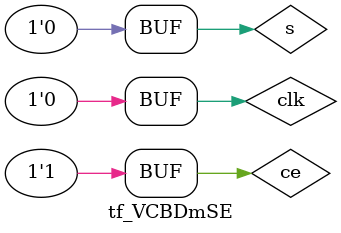
<source format=v>
module tf_VCBDmSE;

	// Inputs
	reg ce;
	reg clk;
	reg s;

	// Outputs
	wire [3:0] Q;
	wire TC;
	wire CEO;

	// Instantiate the Unit Under Test (UUT)
	VCBDmSE uut (
		.ce(ce), 
		.Q(Q), 
		.clk(clk), 
		.TC(TC), 
		.s(s), 
		.CEO(CEO)
	);
parameter Tclk=20; //Ïåðèîä ñèãíàëà ñèíõðîíèçàöèè 20 íñ
always begin clk=1; #(Tclk/2); clk=0; #(Tclk/2); end
// Ãåíåðàòîð ïåðèîäè÷åñêîãî ñèãíàëà ce
parameter Tce=160; //Ïåðèîä ñèãíàëà ce 160 íñ
always begin ce=0; #(7*Tce/8); ce=1; #(1*Tce/8); end //Òîëüêî öåëàÿ ÷àñòü äåëåíèÿ

	initial begin
			s = 0; //Èñõîäíîå ñîñòîÿíèå âõîäîâ
	#380; s = 1; //×åðåç 38 íñ 1
	#10; s = 0; // ×åðåç 10 íñ 0
	#611; s = 1; //×åðåç 611 íñ 1
	#270; s = 0; // ×åðåç 270 íñ 0
	
	end
      
endmodule

</source>
